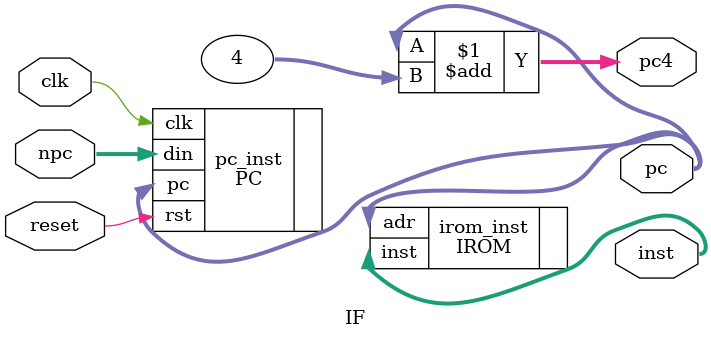
<source format=v>
`timescale 1ns / 1ps

`include "defines.v"

module IF #(
    parameter ROM_FILE = "IROM.hex"
)(
    input wire clk,
    input wire reset,
    input wire [31:0] npc,

    output wire [31:0] pc,
    output wire [31:0] pc4,
    output wire [31:0] inst
    );

    assign pc4 = pc + 4;

    PC pc_inst(
        .clk(clk),
        .rst(reset),
        .din(npc),

        .pc(pc)
    );

    IROM #(
        .ROM_FILE(ROM_FILE)
    ) irom_inst (
        .adr(pc),

        .inst(inst)
    );

endmodule

</source>
